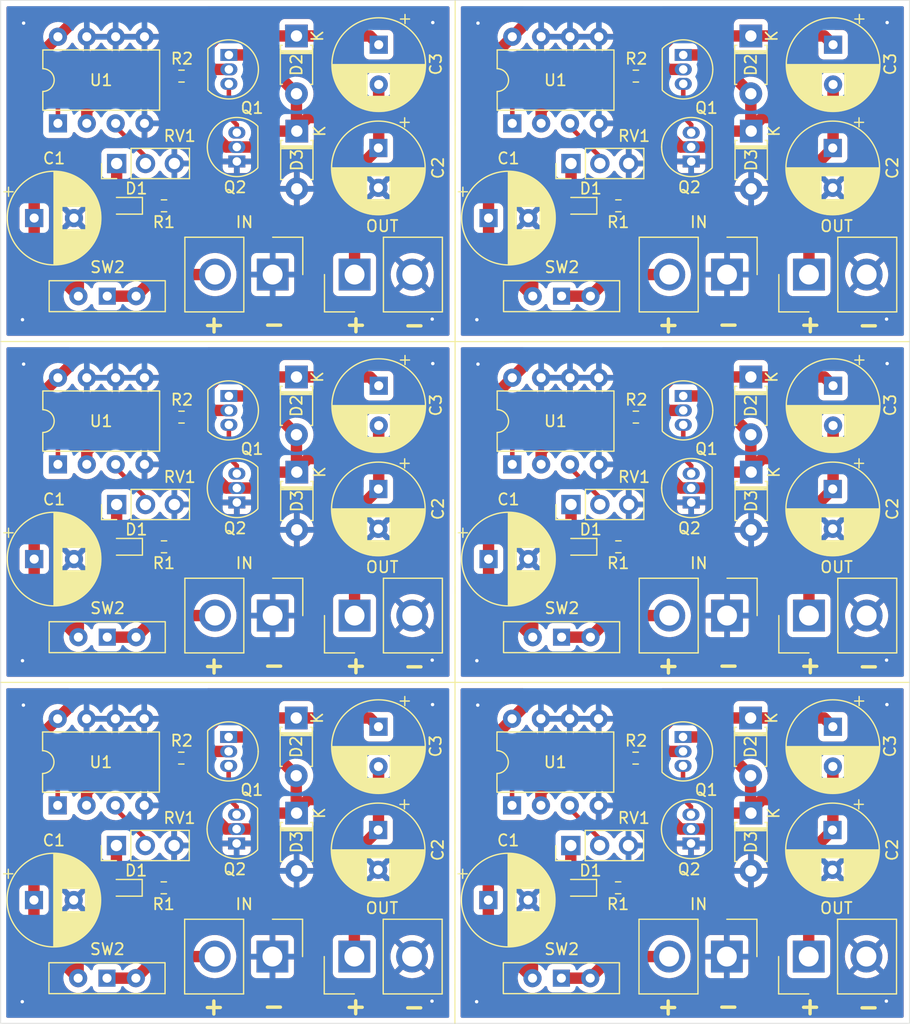
<source format=kicad_pcb>
(kicad_pcb (version 20240108) (generator "pcbnew") (generator_version "8.0")
  (layers (0 "F.Cu" signal) (31 "B.Cu" signal) (34 "B.Paste" user) (35 "F.Paste" user) (36 "B.SilkS" user "B.Silkscreen") (37 "F.SilkS" user "F.Silkscreen") (38 "B.Mask" user) (39 "F.Mask" user) (44 "Edge.Cuts" user))
  (net 0 "")
  (net 1 "Net-(D2-A)")
  (net 2 "GND")
  (net 3 "VBUS")
  (net 4 "Net-(D1-K)")
  (net 5 "Net-(J1-Pin_2)")
  (net 6 "Net-(Q1-B)")
  (net 7 "Net-(R4-Pad1)")
  (net 8 "Net-(U1A-+)")
  (footprint "Diode_SMD:D_0603_1608Metric" (layer "F.Cu") (at 160.9925 58.08 180)
    (property "Reference" "D1")
    (property "Value" "LED" (hide yes))
  )
  (footprint "Capacitor_THT:CP_Radial_D8.0mm_P3.50mm" (layer "F.Cu") (at 143.23 112.997349 -90)
    (property "Reference" "C2")
    (property "Value" "100u" (hide yes))
  )
  (footprint "Package_DIP:DIP-8_W7.62mm" (layer "F.Cu") (at 155.04 50.83 90)
    (property "Reference" "U1")
    (property "Value" "LM358" (hide yes))
  )
  (footprint "Package_TO_SOT_THT:TO-92_Inline" (layer "F.Cu") (at 130.09 44.81 -90)
    (property "Reference" "Q1")
    (property "Value" "2SC1815" (hide yes))
  )
  (footprint "Diode_THT:D_T-1_P5.08mm_Horizontal" (layer "F.Cu") (at 136.02 103.14 -90)
    (property "Reference" "D2")
    (property "Value" "1N60" (hide yes))
  )
  (footprint "Diode_SMD:D_0603_1608Metric" (layer "F.Cu") (at 120.9725 118.08 180)
    (property "Reference" "D1")
    (property "Value" "LED" (hide yes))
  )
  (footprint "Connector_Samtec_HPM_THT:Samtec_HPM-02-05-x-S_Straight_1x02_Pitch5.08mm" (layer "F.Cu") (at 141.155 64.13 90)
    (property "Reference" "OUT")
    (property "Value" "Screw_Terminal_01x02" (hide yes))
  )
  (footprint "Connector_Samtec_HPM_THT:Samtec_HPM-02-05-x-S_Straight_1x02_Pitch5.08mm" (layer "F.Cu") (at 133.945 64.13 -90)
    (property "Reference" "IN")
    (property "Value" "Screw_Terminal_01x02" (hide yes))
  )
  (footprint "Diode_SMD:D_0603_1608Metric" (layer "F.Cu") (at 120.9925 88.08 180)
    (property "Reference" "D1")
    (property "Value" "LED" (hide yes))
  )
  (footprint "Package_TO_SOT_THT:TO-92_Inline" (layer "F.Cu") (at 170.07 104.81 -90)
    (property "Reference" "Q1")
    (property "Value" "2SC1815" (hide yes))
  )
  (footprint "Diode_THT:D_T-1_P5.08mm_Horizontal" (layer "F.Cu") (at 176.04 43.14 -90)
    (property "Reference" "D2")
    (property "Value" "1N60" (hide yes))
  )
  (footprint "Connector_Samtec_HPM_THT:Samtec_HPM-02-05-x-S_Straight_1x02_Pitch5.08mm" (layer "F.Cu") (at 181.155 94.13 90)
    (property "Reference" "OUT")
    (property "Value" "Screw_Terminal_01x02" (hide yes))
  )
  (footprint "Diode_THT:D_T-1_P5.08mm_Horizontal" (layer "F.Cu") (at 176.07 51.51 -90)
    (property "Reference" "D3")
    (property "Value" "1N60" (hide yes))
  )
  (footprint "Connector_Samtec_HPM_THT:Samtec_HPM-02-05-x-S_Straight_1x02_Pitch5.08mm" (layer "F.Cu") (at 173.925 124.13 -90)
    (property "Reference" "IN")
    (property "Value" "Screw_Terminal_01x02" (hide yes))
  )
  (footprint "Resistor_SMD:R_0603_1608Metric" (layer "F.Cu") (at 125.92 76.67)
    (property "Reference" "R2")
    (property "Value" "220" (hide yes))
  )
  (footprint "Resistor_SMD:R_0603_1608Metric" (layer "F.Cu") (at 164.38 88.08)
    (property "Reference" "R1")
    (property "Value" "100k" (hide yes))
  )
  (footprint "Capacitor_THT:CP_Radial_D8.0mm_P3.50mm" (layer "F.Cu") (at 183.25 82.997349 -90)
    (property "Reference" "C2")
    (property "Value" "100u" (hide yes))
  )
  (footprint "Capacitor_THT:CP_Radial_D8.0mm_P3.50mm" (layer "F.Cu") (at 183.23 112.997349 -90)
    (property "Reference" "C2")
    (property "Value" "100u" (hide yes))
  )
  (footprint "Capacitor_THT:CP_Radial_D8.0mm_P3.50mm" (layer "F.Cu") (at 152.95 59.16)
    (property "Reference" "C1")
    (property "Value" "100u" (hide yes))
  )
  (footprint "Package_DIP:DIP-8_W7.62mm" (layer "F.Cu") (at 155.04 80.83 90)
    (property "Reference" "U1")
    (property "Value" "LM358" (hide yes))
  )
  (footprint "Button_Switch_THT:SW_Slide-03_Wuerth-WS-SLTV_10x2.5x6.4_P2.54mm" (layer "F.Cu") (at 119.38 96.03 180)
    (property "Reference" "SW2")
    (property "Value" "SW_Wuerth_450301014042" (hide yes))
  )
  (footprint "Diode_SMD:D_0603_1608Metric" (layer "F.Cu") (at 120.9925 58.08 180)
    (property "Reference" "D1")
    (property "Value" "LED" (hide yes))
  )
  (footprint "Button_Switch_THT:SW_Slide-03_Wuerth-WS-SLTV_10x2.5x6.4_P2.54mm" (layer "F.Cu") (at 159.38 66.03 180)
    (property "Reference" "SW2")
    (property "Value" "SW_Wuerth_450301014042" (hide yes))
  )
  (footprint "Capacitor_THT:CP_Radial_D8.0mm_P3.50mm" (layer "F.Cu") (at 183.28 43.91 -90)
    (property "Reference" "C3")
    (property "Value" "100u" (hide yes))
  )
  (footprint "Resistor_SMD:R_0603_1608Metric" (layer "F.Cu") (at 125.92 46.67)
    (property "Reference" "R2")
    (property "Value" "220" (hide yes))
  )
  (footprint "Diode_THT:D_T-1_P5.08mm_Horizontal" (layer "F.Cu") (at 136.05 111.51 -90)
    (property "Reference" "D3")
    (property "Value" "1N60" (hide yes))
  )
  (footprint "Capacitor_THT:CP_Radial_D8.0mm_P3.50mm" (layer "F.Cu") (at 112.93 119.16)
    (property "Reference" "C1")
    (property "Value" "100u" (hide yes))
  )
  (footprint "Diode_SMD:D_0603_1608Metric" (layer "F.Cu") (at 160.9925 88.08 180)
    (property "Reference" "D1")
    (property "Value" "LED" (hide yes))
  )
  (footprint "Package_DIP:DIP-8_W7.62mm" (layer "F.Cu") (at 155.02 110.83 90)
    (property "Reference" "U1")
    (property "Value" "LM358" (hide yes))
  )
  (footprint "Resistor_SMD:R_0603_1608Metric" (layer "F.Cu") (at 124.38 58.08)
    (property "Reference" "R1")
    (property "Value" "100k" (hide yes))
  )
  (footprint "Package_TO_SOT_THT:TO-92_Inline" (layer "F.Cu") (at 130.79 54.18 90)
    (property "Reference" "Q2")
    (property "Value" "2SA1015" (hide yes))
  )
  (footprint "Connector_PinHeader_2.54mm:PinHeader_1x03_P2.54mm_Vertical" (layer "F.Cu") (at 120.21 84.36 90)
    (property "Reference" "RV1")
    (property "Value" "100k" (hide yes))
  )
  (footprint "Resistor_SMD:R_0603_1608Metric" (layer "F.Cu") (at 165.92 76.67)
    (property "Reference" "R2")
    (property "Value" "220" (hide yes))
  )
  (footprint "Connector_Samtec_HPM_THT:Samtec_HPM-02-05-x-S_Straight_1x02_Pitch5.08mm" (layer "F.Cu") (at 141.155 94.13 90)
    (property "Reference" "OUT")
    (property "Value" "Screw_Terminal_01x02" (hide yes))
  )
  (footprint "Diode_THT:D_T-1_P5.08mm_Horizontal" (layer "F.Cu") (at 136.07 81.51 -90)
    (property "Reference" "D3")
    (property "Value" "1N60" (hide yes))
  )
  (footprint "Button_Switch_THT:SW_Slide-03_Wuerth-WS-SLTV_10x2.5x6.4_P2.54mm" (layer "F.Cu") (at 159.36 126.03 180)
    (property "Reference" "SW2")
    (property "Value" "SW_Wuerth_450301014042" (hide yes))
  )
  (footprint "Capacitor_THT:CP_Radial_D8.0mm_P3.50mm" (layer "F.Cu") (at 143.25 82.997349 -90)
    (property "Reference" "C2")
    (property "Value" "100u" (hide yes))
  )
  (footprint "Capacitor_THT:CP_Radial_D8.0mm_P3.50mm" (layer "F.Cu") (at 152.93 119.16)
    (property "Reference" "C1")
    (property "Value" "100u" (hide yes))
  )
  (footprint "Resistor_SMD:R_0603_1608Metric" (layer "F.Cu") (at 124.38 88.08)
    (property "Reference" "R1")
    (property "Value" "100k" (hide yes))
  )
  (footprint "Capacitor_THT:CP_Radial_D8.0mm_P3.50mm" (layer "F.Cu") (at 143.26 103.91 -90)
    (property "Reference" "C3")
    (property "Value" "100u" (hide yes))
  )
  (footprint "Resistor_SMD:R_0603_1608Metric" (layer "F.Cu") (at 164.36 118.08)
    (property "Reference" "R1")
    (property "Value" "100k" (hide yes))
  )
  (footprint "Button_Switch_THT:SW_Slide-03_Wuerth-WS-SLTV_10x2.5x6.4_P2.54mm" (layer "F.Cu") (at 119.38 66.03 180)
    (property "Reference" "SW2")
    (property "Value" "SW_Wuerth_450301014042" (hide yes))
  )
  (footprint "Package_TO_SOT_THT:TO-92_Inline" (layer "F.Cu") (at 170.09 44.81 -90)
    (property "Reference" "Q1")
    (property "Value" "2SC1815" (hide yes))
  )
  (footprint "Diode_SMD:D_0603_1608Metric" (layer "F.Cu") (at 160.9725 118.08 180)
    (property "Reference" "D1")
    (property "Value" "LED" (hide yes))
  )
  (footprint "Connector_Samtec_HPM_THT:Samtec_HPM-02-05-x-S_Straight_1x02_Pitch5.08mm" (layer "F.Cu") (at 181.155 64.13 90)
    (property "Reference" "OUT")
    (property "Value" "Screw_Terminal_01x02" (hide yes))
  )
  (footprint "Capacitor_THT:CP_Radial_D8.0mm_P3.50mm" (layer "F.Cu") (at 143.28 73.91 -90)
    (property "Reference" "C3")
    (property "Value" "100u" (hide yes))
  )
  (footprint "Package_TO_SOT_THT:TO-92_Inline" (layer "F.Cu") (at 170.77 114.18 90)
    (property "Reference" "Q2")
    (property "Value" "2SA1015" (hide yes))
  )
  (footprint "Package_DIP:DIP-8_W7.62mm" (layer "F.Cu") (at 115.04 50.83 90)
    (property "Reference" "U1")
    (property "Value" "LM358" (hide yes))
  )
  (footprint "Package_TO_SOT_THT:TO-92_Inline" (layer "F.Cu") (at 130.77 114.18 90)
    (property "Reference" "Q2")
    (property "Value" "2SA1015" (hide yes))
  )
  (footprint "Package_TO_SOT_THT:TO-92_Inline" (layer "F.Cu") (at 130.07 104.81 -90)
    (property "Reference" "Q1")
    (property "Value" "2SC1815" (hide yes))
  )
  (footprint "Capacitor_THT:CP_Radial_D8.0mm_P3.50mm" (layer "F.Cu") (at 183.28 73.91 -90)
    (property "Reference" "C3")
    (property "Value" "100u" (hide yes))
  )
  (footprint "Connector_PinHeader_2.54mm:PinHeader_1x03_P2.54mm_Vertical" (layer "F.Cu") (at 160.21 54.36 90)
    (property "Reference" "RV1")
    (property "Value" "100k" (hide yes))
  )
  (footprint "Button_Switch_THT:SW_Slide-03_Wuerth-WS-SLTV_10x2.5x6.4_P2.54mm" (layer "F.Cu") (at 159.38 96.03 180)
    (property "Reference" "SW2")
    (property "Value" "SW_Wuerth_450301014042" (hide yes))
  )
  (footprint "Connector_Samtec_HPM_THT:Samtec_HPM-02-05-x-S_Straight_1x02_Pitch5.08mm" (layer "F.Cu") (at 133.925 124.13 -90)
    (property "Reference" "IN")
    (property "Value" "Screw_Terminal_01x02" (hide yes))
  )
  (footprint "Diode_THT:D_T-1_P5.08mm_Horizontal" (layer "F.Cu") (at 176.02 103.14 -90)
    (property "Reference" "D2")
    (property "Value" "1N60" (hide yes))
  )
  (footprint "Diode_THT:D_T-1_P5.08mm_Horizontal" (layer "F.Cu") (at 136.07 51.51 -90)
    (property "Reference" "D3")
    (property "Value" "1N60" (hide yes))
  )
  (footprint "Connector_PinHeader_2.54mm:PinHeader_1x03_P2.54mm_Vertical" (layer "F.Cu") (at 120.21 54.36 90)
    (property "Reference" "RV1")
    (property "Value" "100k" (hide yes))
  )
  (footprint "Connector_PinHeader_2.54mm:PinHeader_1x03_P2.54mm_Vertical" (layer "F.Cu") (at 120.19 114.36 90)
    (property "Reference" "RV1")
    (property "Value" "100k" (hide yes))
  )
  (footprint "Diode_THT:D_T-1_P5.08mm_Horizontal" (layer "F.Cu") (at 176.07 81.51 -90)
    (property "Reference" "D3")
    (property "Value" "1N60" (hide yes))
  )
  (footprint "Capacitor_THT:CP_Radial_D8.0mm_P3.50mm" (layer "F.Cu") (at 112.95 89.16)
    (property "Reference" "C1")
    (property "Value" "100u" (hide yes))
  )
  (footprint "Diode_THT:D_T-1_P5.08mm_Horizontal" (layer "F.Cu") (at 176.04 73.14 -90)
    (property "Reference" "D2")
    (property "Value" "1N60" (hide yes))
  )
  (footprint "Resistor_SMD:R_0603_1608Metric" (layer "F.Cu") (at 164.38 58.08)
    (property "Reference" "R1")
    (property "Value" "100k" (hide yes))
  )
  (footprint "Capacitor_THT:CP_Radial_D8.0mm_P3.50mm" (layer "F.Cu") (at 143.25 52.997349 -90)
    (property "Reference" "C2")
    (property "Value" "100u" (hide yes))
  )
  (footprint "Diode_THT:D_T-1_P5.08mm_Horizontal" (layer "F.Cu") (at 136.04 73.14 -90)
    (property "Reference" "D2")
    (property "Value" "1N60" (hide yes))
  )
  (footprint "Package_DIP:DIP-8_W7.62mm" (layer "F.Cu") (at 115.02 110.83 90)
    (property "Reference" "U1")
    (property "Value" "LM358" (hide yes))
  )
  (footprint "Package_TO_SOT_THT:TO-92_Inline" (layer "F.Cu") (at 170.79 84.18 90)
    (property "Reference" "Q2")
    (property "Value" "2SA1015" (hide yes))
  )
  (footprint "Resistor_SMD:R_0603_1608Metric" (layer "F.Cu") (at 125.9 106.67)
    (property "Reference" "R2")
    (property "Value" "220" (hide yes))
  )
  (footprint "Connector_PinHeader_2.54mm:PinHeader_1x03_P2.54mm_Vertical" (layer "F.Cu") (at 160.21 84.36 90)
    (property "Reference" "RV1")
    (property "Value" "100k" (hide yes))
  )
  (footprint "Connector_Samtec_HPM_THT:Samtec_HPM-02-05-x-S_Straight_1x02_Pitch5.08mm" (layer "F.Cu") (at 173.945 64.13 -90)
    (property "Reference" "IN")
    (property "Value" "Screw_Terminal_01x02" (hide yes))
  )
  (footprint "Package_TO_SOT_THT:TO-92_Inline" (layer "F.Cu") (at 170.09 74.81 -90)
    (property "Reference" "Q1")
    (property "Value" "2SC1815" (hide yes))
  )
  (footprint "Capacitor_THT:CP_Radial_D8.0mm_P3.50mm" (layer "F.Cu") (at 112.95 59.16)
    (property "Reference" "C1")
    (property "Value" "100u" (hide yes))
  )
  (footprint "Diode_THT:D_T-1_P5.08mm_Horizontal" (layer "F.Cu") (at 176.05 111.51 -90)
    (property "Reference" "D3")
    (property "Value" "1N60" (hide yes))
  )
  (footprint "Resistor_SMD:R_0603_1608Metric" (layer "F.Cu") (at 165.92 46.67)
    (property "Reference" "R2")
    (property "Value" "220" (hide yes))
  )
  (footprint "Connector_Samtec_HPM_THT:Samtec_HPM-02-05-x-S_Straight_1x02_Pitch5.08mm" (layer "F.Cu") (at 141.135 124.13 90)
    (property "Reference" "OUT")
    (property "Value" "Screw_Terminal_01x02" (hide yes))
  )
  (footprint "Capacitor_THT:CP_Radial_D8.0mm_P3.50mm" (layer "F.Cu") (at 152.95 89.16)
    (property "Reference" "C1")
    (property "Value" "100u" (hide yes))
  )
  (footprint "Capacitor_THT:CP_Radial_D8.0mm_P3.50mm" (layer "F.Cu") (at 183.26 103.91 -90)
    (property "Reference" "C3")
    (property "Value" "100u" (hide yes))
  )
  (footprint "Package_TO_SOT_THT:TO-92_Inline" (layer "F.Cu") (at 130.79 84.18 90)
    (property "Reference" "Q2")
    (property "Value" "2SA1015" (hide yes))
  )
  (footprint "Capacitor_THT:CP_Radial_D8.0mm_P3.50mm" (layer "F.Cu") (at 143.28 43.91 -90)
    (property "Reference" "C3")
    (property "Value" "100u" (hide yes))
  )
  (footprint "Connector_Samtec_HPM_THT:Samtec_HPM-02-05-x-S_Straight_1x02_Pitch5.08mm" (layer "F.Cu") (at 181.135 124.13 90)
    (property "Reference" "OUT")
    (property "Value" "Screw_Terminal_01x02" (hide yes))
  )
  (footprint "Capacitor_THT:CP_Radial_D8.0mm_P3.50mm" (layer "F.Cu") (at 183.25 52.997349 -90)
    (property "Reference" "C2")
    (property "Value" "100u" (hide yes))
  )
  (footprint "Connector_Samtec_HPM_THT:Samtec_HPM-02-05-x-S_Straight_1x02_Pitch5.08mm" (layer "F.Cu") (at 173.945 94.13 -90)
    (property "Reference" "IN")
    (property "Value" "Screw_Terminal_01x02" (hide yes))
  )
  (footprint "Diode_THT:D_T-1_P5.08mm_Horizontal" (layer "F.Cu") (at 136.04 43.14 -90)
    (property "Reference" "D2")
    (property "Value" "1N60" (hide yes))
  )
  (footprint "Package_TO_SOT_THT:TO-92_Inline" (layer "F.Cu") (at 170.79 54.18 90)
    (property "Reference" "Q2")
    (property "Value" "2SA1015" (hide yes))
  )
  (footprint "Button_Switch_THT:SW_Slide-03_Wuerth-WS-SLTV_10x2.5x6.4_P2.54mm" (layer "F.Cu") (at 119.36 126.03 180)
    (property "Reference" "SW2")
    (property "Value" "SW_Wuerth_450301014042" (hide yes))
  )
  (footprint "Resistor_SMD:R_0603_1608Metric" (layer "F.Cu") (at 165.9 106.67)
    (property "Reference" "R2")
    (property "Value" "220" (hide yes))
  )
  (footprint "Package_DIP:DIP-8_W7.62mm" (layer "F.Cu") (at 115.04 80.83 90)
    (property "Reference" "U1")
    (property "Value" "LM358" (hide yes))
  )
  (footprint "Connector_PinHeader_2.54mm:PinHeader_1x03_P2.54mm_Vertical" (layer "F.Cu") (at 160.19 114.36 90)
    (property "Reference" "RV1")
    (property "Value" "100k" (hide yes))
  )
  (footprint "Package_TO_SOT_THT:TO-92_Inline" (layer "F.Cu") (at 130.09 74.81 -90)
    (property "Reference" "Q1")
    (property "Value" "2SC1815" (hide yes))
  )
  (footprint "Connector_Samtec_HPM_THT:Samtec_HPM-02-05-x-S_Straight_1x02_Pitch5.08mm" (layer "F.Cu") (at 133.945 94.13 -90)
    (property "Reference" "IN")
    (property "Value" "Screw_Terminal_01x02" (hide yes))
  )
  (footprint "Resistor_SMD:R_0603_1608Metric" (layer "F.Cu") (at 124.36 118.08)
    (property "Reference" "R1")
    (property "Value" "100k" (hide yes))
  )
  (gr_line (start 150.01 40.04) (end 149.99 130.02) (stroke (width 0.1)) (layer "F.SilkS"))
  (gr_line (start 109.99 70.02) (end 190.01 70.03) (stroke (width 0.1)) (layer "F.SilkS"))
  (gr_line (start 189.99 100.01) (end 109.99 100.01) (stroke (width 0.1)) (layer "F.SilkS"))
  (gr_rect (start 110 40) (end 190 130) (stroke (width 0.05)) (fill none) (layer "Edge.Cuts"))
  (gr_text "+" (at 142.4 99.36 0) (layer "F.SilkS") (effects (font (size 1.5 1.5) (thickness 0.3) (bold yes)) (justify left bottom mirror)))
  (gr_text "+" (at 129.91 99.38 0) (layer "F.SilkS") (effects (font (size 1.5 1.5) (thickness 0.3) (bold yes)) (justify left bottom mirror)))
  (gr_text "-" (at 147.53 129.41 0) (layer "F.SilkS") (effects (font (size 1.5 1.5) (thickness 0.3) (bold yes)) (justify left bottom mirror)))
  (gr_text "+" (at 129.91 69.38 0) (layer "F.SilkS") (effects (font (size 1.5 1.5) (thickness 0.3) (bold yes)) (justify left bottom mirror)))
  (gr_text "-" (at 135.18 129.35 0) (layer "F.SilkS") (effects (font (size 1.5 1.5) (thickness 0.3) (bold yes)) (justify left bottom mirror)))
  (gr_text "+" (at 129.89 129.38 0) (layer "F.SilkS") (effects (font (size 1.5 1.5) (thickness 0.3) (bold yes)) (justify left bottom mirror)))
  (gr_text "-" (at 187.55 99.41 0) (layer "F.SilkS") (effects (font (size 1.5 1.5) (thickness 0.3) (bold yes)) (justify left bottom mirror)))
  (gr_text "-" (at 175.18 129.35 0) (layer "F.SilkS") (effects (font (size 1.5 1.5) (thickness 0.3) (bold yes)) (justify left bottom mirror)))
  (gr_text "+" (at 142.4 69.36 0) (layer "F.SilkS") (effects (font (size 1.5 1.5) (thickness 0.3) (bold yes)) (justify left bottom mirror)))
  (gr_text "-" (at 147.55 99.41 0) (layer "F.SilkS") (effects (font (size 1.5 1.5) (thickness 0.3) (bold yes)) (justify left bottom mirror)))
  (gr_text "+" (at 169.91 99.38 0) (layer "F.SilkS") (effects (font (size 1.5 1.5) (thickness 0.3) (bold yes)) (justify left bottom mirror)))
  (gr_text "+" (at 169.89 129.38 0) (layer "F.SilkS") (effects (font (size 1.5 1.5) (thickness 0.3) (bold yes)) (justify left bottom mirror)))
  (gr_text "+" (at 169.91 69.38 0) (layer "F.SilkS") (effects (font (size 1.5 1.5) (thickness 0.3) (bold yes)) (justify left bottom mirror)))
  (gr_text "+" (at 182.4 69.36 0) (layer "F.SilkS") (effects (font (size 1.5 1.5) (thickness 0.3) (bold yes)) (justify left bottom mirror)))
  (gr_text "-" (at 187.55 69.41 0) (layer "F.SilkS") (effects (font (size 1.5 1.5) (thickness 0.3) (bold yes)) (justify left bottom mirror)))
  (gr_text "-" (at 187.53 129.41 0) (layer "F.SilkS") (effects (font (size 1.5 1.5) (thickness 0.3) (bold yes)) (justify left bottom mirror)))
  (gr_text "-" (at 175.2 99.35 0) (layer "F.SilkS") (effects (font (size 1.5 1.5) (thickness 0.3) (bold yes)) (justify left bottom mirror)))
  (gr_text "+" (at 142.38 129.36 0) (layer "F.SilkS") (effects (font (size 1.5 1.5) (thickness 0.3) (bold yes)) (justify left bottom mirror)))
  (gr_text "-" (at 135.2 99.35 0) (layer "F.SilkS") (effects (font (size 1.5 1.5) (thickness 0.3) (bold yes)) (justify left bottom mirror)))
  (gr_text "-" (at 175.2 69.35 0) (layer "F.SilkS") (effects (font (size 1.5 1.5) (thickness 0.3) (bold yes)) (justify left bottom mirror)))
  (gr_text "+" (at 182.4 99.36 0) (layer "F.SilkS") (effects (font (size 1.5 1.5) (thickness 0.3) (bold yes)) (justify left bottom mirror)))
  (gr_text "-" (at 135.2 69.35 0) (layer "F.SilkS") (effects (font (size 1.5 1.5) (thickness 0.3) (bold yes)) (justify left bottom mirror)))
  (gr_text "+" (at 182.38 129.36 0) (layer "F.SilkS") (effects (font (size 1.5 1.5) (thickness 0.3) (bold yes)) (justify left bottom mirror)))
  (gr_text "-" (at 147.55 69.41 0) (layer "F.SilkS") (effects (font (size 1.5 1.5) (thickness 0.3) (bold yes)) (justify left bottom mirror)))
  (segment (start 136.04 78.22) (end 136.04 81.48) (width 1) (layer "F.Cu") (net 1))
  (segment (start 181.135 115.092349) (end 181.135 124.13) (width 1) (layer "F.Cu") (net 1))
  (segment (start 183.28 78.77) (end 181.73 80.32) (width 1) (layer "F.Cu") (net 1))
  (segment (start 130.09 74.81) (end 132.63 74.81) (width 1) (layer "F.Cu") (net 1))
  (segment (start 141.135 115.092349) (end 141.135 124.13) (width 1) (layer "F.Cu") (net 1))
  (segment (start 125.46 108.53) (end 129.84 112.91) (width 1) (layer "F.Cu") (net 1))
  (segment (start 170.09 74.81) (end 172.63 74.81) (width 1) (layer "F.Cu") (net 1))
  (segment (start 130.09 44.81) (end 132.63 44.81) (width 1) (layer "F.Cu") (net 1))
  (segment (start 117.56 109.68) (end 118.71 108.53) (width 1) (layer "F.Cu") (net 1))
  (segment (start 141.73 80.32) (end 137.06 80.32) (width 1) (layer "F.Cu") (net 1))
  (segment (start 129.84 112.91) (end 130.77 112.91) (width 1) (layer "F.Cu") (net 1))
  (segment (start 125.48 48.53) (end 129.86 52.91) (width 1) (layer "F.Cu") (net 1))
  (segment (start 183.28 47.41) (end 183.28 48.77) (width 1) (layer "F.Cu") (net 1))
  (segment (start 176.02 108.22) (end 176.02 111.48) (width 1) (layer "F.Cu") (net 1))
  (segment (start 130.77 112.91) (end 132.52 112.91) (width 1) (layer "F.Cu") (net 1))
  (segment (start 133.94 81.51) (end 136.07 81.51) (width 1) (layer "F.Cu") (net 1))
  (segment (start 170.77 112.91) (end 172.52 112.91) (width 1) (layer "F.Cu") (net 1))
  (segment (start 172.61 104.81) (end 176.02 108.22) (width 1) (layer "F.Cu") (net 1))
  (segment (start 169.86 52.91) (end 170.79 52.91) (width 1) (layer "F.Cu") (net 1))
  (segment (start 172.54 82.91) (end 173.94 81.51) (width 1) (layer "F.Cu") (net 1))
  (segment (start 183.28 82.967349) (end 183.25 82.997349) (width 1) (layer "F.Cu") (net 1))
  (segment (start 165.48 48.53) (end 169.86 52.91) (width 1) (layer "F.Cu") (net 1))
  (segment (start 170.07 104.81) (end 172.61 104.81) (width 1) (layer "F.Cu") (net 1))
  (segment (start 177.06 50.32) (end 176.07 51.31) (width 1) (layer "F.Cu") (net 1))
  (segment (start 183.26 107.41) (end 183.26 112.967349) (width 1) (layer "F.Cu") (net 1))
  (segment (start 181.73 80.32) (end 177.06 80.32) (width 1) (layer "F.Cu") (net 1))
  (segment (start 136.02 111.48) (end 136.05 111.51) (width 1) (layer "F.Cu") (net 1))
  (segment (start 172.63 74.81) (end 176.04 78.22) (width 1) (layer "F.Cu") (net 1))
  (segment (start 143.26 107.41) (end 143.26 108.77) (width 1) (layer "F.Cu") (net 1))
  (segment (start 143.26 108.77) (end 141.71 110.32) (width 1) (layer "F.Cu") (net 1))
  (segment (start 176.07 81.31) (end 176.07 81.51) (width 1) (layer "F.Cu") (net 1))
  (segment (start 141.71 110.32) (end 137.04 110.32) (width 1) (layer "F.Cu") (net 1))
  (segment (start 176.04 81.48) (end 176.07 81.51) (width 1) (layer "F.Cu") (net 1))
  (segment (start 183.28 52.967349) (end 183.25 52.997349) (width 1) (layer "F.Cu") (net 1))
  (segment (start 183.25 52.997349) (end 181.155 55.092349) (width 1) (layer "F.Cu") (net 1))
  (segment (start 117.58 80.83) (end 117.58 79.68) (width 1) (layer "F.Cu") (net 1))
  (segment (start 173.92 111.51) (end 176.05 111.51) (width 1) (layer "F.Cu") (net 1))
  (segment (start 133.92 111.51) (end 136.05 111.51) (width 1) (layer "F.Cu") (net 1))
  (segment (start 133.94 51.51) (end 136.07 51.51) (width 1) (layer "F.Cu") (net 1))
  (segment (start 132.61 104.81) (end 136.02 108.22) (width 1) (layer "F.Cu") (net 1))
  (segment (start 158.73 48.53) (end 165.48 48.53) (width 1) (layer "F.Cu") (net 1))
  (segment (start 158.71 108.53) (end 165.46 108.53) (width 1) (layer "F.Cu") (net 1))
  (segment (start 169.84 112.91) (end 170.77 112.91) (width 1) (layer "F.Cu") (net 1))
  (segment (start 143.28 82.967349) (end 143.25 82.997349) (width 1) (layer "F.Cu") (net 1))
  (segment (start 176.04 78.22) (end 176.04 81.48) (width 1) (layer "F.Cu") (net 1))
  (segment (start 143.28 78.77) (end 141.73 80.32) (width 1) (layer "F.Cu") (net 1))
  (segment (start 137.06 80.32) (end 136.07 81.31) (width 1) (layer "F.Cu") (net 1))
  (segment (start 117.58 49.68) (end 118.73 48.53) (width 1) (layer "F.Cu") (net 1))
  (segment (start 117.58 50.83) (end 117.58 49.68) (width 1) (layer "F.Cu") (net 1))
  (segment (start 157.58 79.68) (end 158.73 78.53) (width 1) (layer "F.Cu") (net 1))
  (segment (start 183.25 82.997349) (end 181.155 85.092349) (width 1) (layer "F.Cu") (net 1))
  (segment (start 137.06 50.32) (end 136.07 51.31) (width 1) (layer "F.Cu") (net 1))
  (segment (start 141.73 50.32) (end 137.06 50.32) (width 1) (layer "F.Cu") (net 1))
  (segment (start 157.56 110.83) (end 157.56 109.68) (width 1) (layer "F.Cu") (net 1))
  (segment (start 170.79 82.91) (end 172.54 82.91) (width 1) (layer "F.Cu") (net 1))
  (segment (start 136.04 81.48) (end 136.07 81.51) (width 1) (layer "F.Cu") (net 1))
  (segment (start 181.155 85.092349) (end 181.155 94.13) (width 1) (layer "F.Cu") (net 1))
  (segment (start 118.73 78.53) (end 125.48 78.53) (width 1) (layer "F.Cu") (net 1))
  (segment (start 143.28 77.41) (end 143.28 82.967349) (width 1) (layer "F.Cu") (net 1))
  (segment (start 183.28 47.41) (end 183.28 52.967349) (width 1) (layer "F.Cu") (net 1))
  (segment (start 183.28 77.41) (end 183.28 78.77) (width 1) (layer "F.Cu") (net 1))
  (segment (start 157.58 80.83) (end 157.58 79.68) (width 1) (layer "F.Cu") (net 1))
  (segment (start 181.71 110.32) (end 177.04 110.32) (width 1) (layer "F.Cu") (net 1))
  (segment (start 157.58 49.68) (end 158.73 48.53) (width 1) (layer "F.Cu") (net 1))
  (segment (start 183.23 112.997349) (end 181.135 115.092349) (width 1) (layer "F.Cu") (net 1))
  (segment (start 143.28 48.77) (end 141.73 50.32) (width 1) (layer "F.Cu") (net 1))
  (segment (start 176.04 48.22) (end 176.04 51.48) (width 1) (layer "F.Cu") (net 1))
  (segment (start 183.26 108.77) (end 181.71 110.32) (width 1) (layer "F.Cu") (net 1))
  (segment (start 143.28 47.41) (end 143.28 48.77) (width 1) (layer "F.Cu") (net 1))
  (segment (start 130.79 82.91) (end 132.54 82.91) (width 1) (layer "F.Cu") (net 1))
  (segment (start 143.28 52.967349) (end 143.25 52.997349) (width 1) (layer "F.Cu") (net 1))
  (segment (start 172.63 44.81) (end 176.04 48.22) (width 1) (layer "F.Cu") (net 1))
  (segment (start 170.79 52.91) (end 172.54 52.91) (width 1) (layer "F.Cu") (net 1))
  (segment (start 143.25 52.997349) (end 141.155 55.092349) (width 1) (layer "F.Cu") (net 1))
  (segment (start 136.02 108.22) (end 136.02 111.48) (width 1) (layer "F.Cu") (net 1))
  (segment (start 132.52 112.91) (end 133.92 111.51) (width 1) (layer "F.Cu") (net 1))
  (segment (start 137.04 110.32) (end 136.05 111.31) (width 1) (layer "F.Cu") (net 1))
  (segment (start 181.155 55.092349) (end 181.155 64.13) (width 1) (layer "F.Cu") (net 1))
  (segment (start 157.58 50.83) (end 157.58 49.68) (width 1) (layer "F.Cu") (net 1))
  (segment (start 132.63 44.81) (end 136.04 48.22) (width 1) (layer "F.Cu") (net 1))
  (segment (start 136.07 81.31) (end 136.07 81.51) (width 1) (layer "F.Cu") (net 1))
  (segment (start 169.86 82.91) (end 170.79 82.91) (width 1) (layer "F.Cu") (net 1))
  (segment (start 143.28 77.41) (end 143.28 78.77) (width 1) (layer "F.Cu") (net 1))
  (segment (start 136.07 51.31) (end 136.07 51.51) (width 1) (layer "F.Cu") (net 1))
  (segment (start 165.48 78.53) (end 169.86 82.91) (width 1) (layer "F.Cu") (net 1))
  (segment (start 177.06 80.32) (end 176.07 81.31) (width 1) (layer "F.Cu") (net 1))
  (segment (start 136.04 51.48) (end 136.07 51.51) (width 1) (layer "F.Cu") (net 1))
  (segment (start 183.28 48.77) (end 181.73 50.32) (width 1) (layer "F.Cu") (net 1))
  (segment (start 183.26 112.967349) (end 183.23 112.997349) (width 1) (layer "F.Cu") (net 1))
  (segment (start 176.05 111.31) (end 176.05 111.51) (width 1) (layer "F.Cu") (net 1))
  (segment (start 176.07 51.31) (end 176.07 51.51) (width 1) (layer "F.Cu") (net 1))
  (segment (start 158.73 78.53) (end 165.48 78.53) (width 1) (layer "F.Cu") (net 1))
  (segment (start 173.94 81.51) (end 176.07 81.51) (width 1) (layer "F.Cu") (net 1))
  (segment (start 183.28 77.41) (end 183.28 82.967349) (width 1) (layer "F.Cu") (net 1))
  (segment (start 143.25 82.997349) (end 141.155 85.092349) (width 1) (layer "F.Cu") (net 1))
  (segment (start 143.28 47.41) (end 143.28 52.967349) (width 1) (layer "F.Cu") (net 1))
  (segment (start 141.155 55.092349) (end 141.155 64.13) (width 1) (layer "F.Cu") (net 1))
  (segment (start 176.02 111.48) (end 176.05 111.51) (width 1) (layer "F.Cu") (net 1))
  (segment (start 125.48 78.53) (end 129.86 82.91) (width 1) (layer "F.Cu") (net 1))
  (segment (start 118.73 48.53) (end 125.48 48.53) (width 1) (layer "F.Cu") (net 1))
  (segment (start 172.54 52.91) (end 173.94 51.51) (width 1) (layer "F.Cu") (net 1))
  (segment (start 117.56 110.83) (end 117.56 109.68) (width 1) (layer "F.Cu") (net 1))
  (segment (start 136.04 48.22) (end 136.04 51.48) (width 1) (layer "F.Cu") (net 1))
  (segment (start 141.155 85.092349) (end 141.155 94.13) (width 1) (layer "F.Cu") (net 1))
  (segment (start 143.26 112.967349) (end 143.23 112.997349) (width 1) (layer "F.Cu") (net 1))
  (segment (start 170.09 44.81) (end 172.63 44.81) (width 1) (layer "F.Cu") (net 1))
  (segment (start 173.94 51.51) (end 176.07 51.51) (width 1) (layer "F.Cu") (net 1))
  (segment (start 143.26 107.41) (end 143.26 112.967349) (width 1) (layer "F.Cu") (net 1))
  (segment (start 130.79 52.91) (end 132.54 52.91) (width 1) (layer "F.Cu") (net 1))
  (segment (start 129.86 82.91) (end 130.79 82.91) (width 1) (layer "F.Cu") (net 1))
  (segment (start 132.54 82.91) (end 133.94 81.51) (width 1) (layer "F.Cu") (net 1))
  (segment (start 143.23 112.997349) (end 141.135 115.092349) (width 1) (layer "F.Cu") (net 1))
  (segment (start 183.26 107.41) (end 183.26 108.77) (width 1) (layer "F.Cu") (net 1))
  (segment (start 177.04 110.32) (end 176.05 111.31) (width 1) (layer "F.Cu") (net 1))
  (segment (start 176.04 51.48) (end 176.07 51.51) (width 1) (layer "F.Cu") (net 1))
  (segment (start 132.63 74.81) (end 136.04 78.22) (width 1) (layer "F.Cu") (net 1))
  (segment (start 181.73 50.32) (end 177.06 50.32) (width 1) (layer "F.Cu") (net 1))
  (segment (start 157.56 109.68) (end 158.71 108.53) (width 1) (layer "F.Cu") (net 1))
  (segment (start 136.05 111.31) (end 136.05 111.51) (width 1) (layer "F.Cu") (net 1))
  (segment (start 130.07 104.81) (end 132.61 104.81) (width 1) (layer "F.Cu") (net 1))
  (segment (start 165.46 108.53) (end 169.84 112.91) (width 1) (layer "F.Cu") (net 1))
  (segment (start 117.58 79.68) (end 118.73 78.53) (width 1) (layer "F.Cu") (net 1))
  (segment (start 129.86 52.91) (end 130.79 52.91) (width 1) (layer "F.Cu") (net 1))
  (segment (start 172.52 112.91) (end 173.92 111.51) (width 1) (layer "F.Cu") (net 1))
  (segment (start 132.54 52.91) (end 133.94 51.51) (width 1) (layer "F.Cu") (net 1))
  (segment (start 118.71 108.53) (end 125.46 108.53) (width 1) (layer "F.Cu") (net 1))
  (via (at 152.02 42.01) (size 0.6) (drill 0.3) (layers "F.Cu" "B.Cu") (net 2))
  (via (at 147.99 68.05) (size 0.6) (drill 0.3) (layers "F.Cu" "B.Cu") (net 2))
  (via (at 187.97 128.05) (size 0.6) (drill 0.3) (layers "F.Cu" "B.Cu") (net 2))
  (via (at 151.92 68.1) (size 0.6) (drill 0.3) (layers "F.Cu" "B.Cu") (net 2))
  (via (at 152.02 72.01) (size 0.6) (drill 0.3) (layers "F.Cu" "B.Cu") (net 2))
  (via (at 188.04 41.96) (size 0.6) (drill 0.3) (layers "F.Cu" "B.Cu") (net 2))
  (via (at 147.99 98.05) (size 0.6) (drill 0.3) (layers "F.Cu" "B.Cu") (net 2))
  (via (at 111.92 68.1) (size 0.6) (drill 0.3) (layers "F.Cu" "B.Cu") (net 2))
  (via (at 111.9 128.1) (size 0.6) (drill 0.3) (layers "F.Cu" "B.Cu") (net 2))
  (via (at 112.02 72.01) (size 0.6) (drill 0.3) (layers "F.Cu" "B.Cu") (net 2))
  (via (at 147.97 128.05) (size 0.6) (drill 0.3) (layers "F.Cu" "B.Cu") (net 2))
  (via (at 151.92 98.1) (size 0.6) (drill 0.3) (layers "F.Cu" "B.Cu") (net 2))
  (via (at 111.92 98.1) (size 0.6) (drill 0.3) (layers "F.Cu" "B.Cu") (net 2))
  (via (at 148.02 101.96) (size 0.6) (drill 0.3) (layers "F.Cu" "B.Cu") (net 2))
  (via (at 112 102.01) (size 0.6) (drill 0.3) (layers "F.Cu" "B.Cu") (net 2))
  (via (at 112.02 42.01) (size 0.6) (drill 0.3) (layers "F.Cu" "B.Cu") (net 2))
  (via (at 151.9 128.1) (size 0.6) (drill 0.3) (layers "F.Cu" "B.Cu") (net 2))
  (via (at 187.99 68.05) (size 0.6) (drill 0.3) (layers "F.Cu" "B.Cu") (net 2))
  (via (at 188.04 71.96) (size 0.6) (drill 0.3) (layers "F.Cu" "B.Cu") (net 2))
  (via (at 188.02 101.96) (size 0.6) (drill 0.3) (layers "F.Cu" "B.Cu") (net 2))
  (via (at 148.04 41.96) (size 0.6) (drill 0.3) (layers "F.Cu" "B.Cu") (net 2))
  (via (at 152 102.01) (size 0.6) (drill 0.3) (layers "F.Cu" "B.Cu") (net 2))
  (via (at 148.04 71.96) (size 0.6) (drill 0.3) (layers "F.Cu" "B.Cu") (net 2))
  (via (at 187.99 98.05) (size 0.6) (drill 0.3) (layers "F.Cu" "B.Cu") (net 2))
  (segment (start 112.95 92.14) (end 116.84 96.03) (width 1) (layer "F.Cu") (net 3))
  (segment (start 170.07 106.08) (end 168.665 106.08) (width 1) (layer "F.Cu") (net 3))
  (segment (start 116.84 93.65) (end 116.84 96.03) (width 1) (layer "F.Cu") (net 3))
  (segment (start 128.05 75.445) (end 128.05 74.25) (width 1) (layer "F.Cu") (net 3))
  (segment (start 167.4 71.38) (end 169.16 73.14) (width 1) (layer "F.Cu") (net 3))
  (segment (start 152.95 89.16) (end 152.95 75.3) (width 1) (layer "F.Cu") (net 3))
  (segment (start 130.07 106.08) (end 128.665 106.08) (width 1) (layer "F.Cu") (net 3))
  (segment (start 127.38 101.38) (end 129.14 103.14) (width 1) (layer "F.Cu") (net 3))
  (segment (start 168.05 44.25) (end 169.16 43.14) (width 1) (layer "F.Cu") (net 3))
  (segment (start 120.185 118.08) (end 120.19 118.085) (width 1) (layer "F.Cu") (net 3))
  (segment (start 112.95 75.3) (end 115.04 73.21) (width 1) (layer "F.Cu") (net 3))
  (segment (start 120.21 90.28) (end 116.84 93.65) (width 1) (layer "F.Cu") (net 3))
  (segment (start 120.21 84.36) (end 120.21 88.075) (width 1) (layer "F.Cu") (net 3))
  (segment (start 115.04 73.21) (end 116.87 71.38) (width 1) (layer "F.Cu") (net 3))
  (segment (start 120.21 54.36) (end 120.21 58.075) (width 1) (layer "F.Cu") (net 3))
  (segment (start 152.93 119.16) (end 152.93 122.14) (width 1) (layer "F.Cu") (net 3))
  (segment (start 155.04 73.21) (end 156.87 71.38) (width 1) (layer "F.Cu") (net 3))
  (segment (start 128.03 104.25) (end 129.14 103.14) (width 1) (layer "F.Cu") (net 3))
  (segment (start 112.95 45.3) (end 115.04 43.21) (width 1) (layer "F.Cu") (net 3))
  (segment (start 152.95 62.14) (end 156.84 66.03) (width 1) (layer "F.Cu") (net 3))
  (segment (start 129.14 103.14) (end 136.02 103.14) (width 1) (layer "F.Cu") (net 3))
  (segment (start 142.51 43.14) (end 143.28 43.91) (width 1) (layer "F.Cu") (net 3))
  (segment (start 156.85 101.38) (end 167.38 101.38) (width 1) (layer "F.Cu") (net 3))
  (segment (start 152.95 45.3) (end 155.04 43.21) (width 1) (layer "F.Cu") (net 3))
  (segment (start 128.685 46.08) (end 128.05 45.445) (width 1) (layer "F.Cu") (net 3))
  (segment (start 160.21 58.075) (end 160.205 58.08) (width 1) (layer "F.Cu") (net 3))
  (segment (start 120.21 88.085) (end 120.21 90.28) (width 1) (layer "F.Cu") (net 3))
  (segment (start 128.05 44.25) (end 129.16 43.14) (width 1) (layer "F.Cu") (net 3))
  (segment (start 155.02 103.21) (end 156.85 101.38) (width 1) (layer "F.Cu") (net 3))
  (segment (start 156.82 123.65) (end 156.82 126.03) (width 1) (layer "F.Cu") (net 3))
  (segment (start 120.21 88.075) (end 120.205 88.08) (width 1) (layer "F.Cu") (net 3))
  (segment (start 170.09 46.08) (end 168.685 46.08) (width 1) (layer "F.Cu") (net 3))
  (segment (start 116.82 123.65) (end 116.82 126.03) (width 1) (layer "F.Cu") (net 3))
  (segment (start 112.95 59.16) (end 112.95 62.14) (width 1) (layer "F.Cu") (net 3))
  (segment (start 160.19 118.085) (end 160.19 120.28) (width 1) (layer "F.Cu") (net 3))
  (segment (start 129.16 43.14) (end 136.04 43.14) (width 1) (layer "F.Cu") (net 3))
  (segment (start 130.09 46.08) (end 128.685 46.08) (width 1) (layer "F.Cu") (net 3))
  (segment (start 156.87 41.38) (end 167.4 41.38) (width 1) (layer "F.Cu") (net 3))
  (segment (start 160.19 120.28) (end 156.82 123.65) (width 1) (layer "F.Cu") (net 3))
  (segment (start 116.84 63.65) (end 116.84 66.03) (width 1) (layer "F.Cu") (net 3))
  (segment (start 160.205 58.08) (end 160.21 58.085) (width 1) (layer "F.Cu") (net 3))
  (segment (start 128.665 106.08) (end 128.03 105.445) (width 1) (layer "F.Cu") (net 3))
  (segment (start 128.05 45.445) (end 128.05 44.25) (width 1) (layer "F.Cu") (net 3))
  (segment (start 120.19 114.36) (end 120.19 118.075) (width 1) (layer "F.Cu") (net 3))
  (segment (start 160.21 84.36) (end 160.21 88.075) (width 1) (layer "F.Cu") (net 3))
  (segment (start 129.16 73.14) (end 136.04 73.14) (width 1) (layer "F.Cu") (net 3))
  (segment (start 156.84 93.65) (end 156.84 96.03) (width 1) (layer "F.Cu") (net 3))
  (segment (start 160.19 114.36) (end 160.19 118.075) (width 1) (layer "F.Cu") (net 3))
  (segment (start 112.93 122.14) (end 116.82 126.03) (width 1) (layer "F.Cu") (net 3))
  (segment (start 168.05 74.25) (end 169.16 73.14) (width 1) (layer "F.Cu") (net 3))
  (segment (start 176.02 103.14) (end 182.49 103.14) (width 1) (layer "F.Cu") (net 3))
  (segment (start 115.04 43.21) (end 116.87 41.38) (width 1) (layer "F.Cu") (net 3))
  (segment (start 168.03 104.25) (end 169.14 103.14) (width 1) (layer "F.Cu") (net 3))
  (segment (start 112.95 89.16) (end 112.95 75.3) (width 1) (layer "F.Cu") (net 3))
  (segment (start 120.19 118.075) (end 120.185 118.08) (width 1) (layer "F.Cu") (net 3))
  (segment (start 152.95 89.16) (end 152.95 92.14) (width 1) (layer "F.Cu") (net 3))
  (segment (start 136.04 43.14) (end 142.51 43.14) (width 1) (layer "F.Cu") (net 3))
  (segment (start 160.21 90.28) (end 156.84 93.65) (width 1) (layer "F.Cu") (net 3))
  (segment (start 112.95 89.16) (end 112.95 92.14) (width 1) (layer "F.Cu") (net 3))
  (segment (start 160.21 54.36) (end 160.21 58.075) (width 1) (layer "F.Cu") (net 3))
  (segment (start 128.05 74.25) (end 129.16 73.14) (width 1) (layer "F.Cu") (net 3))
  (segment (start 168.685 76.08) (end 168.05 75.445) (width 1) (layer "F.Cu") (net 3))
  (segment (start 120.21 58.075) (end 120.205 58.08) (width 1) (layer "F.Cu") (net 3))
  (segment (start 112.95 62.14) (end 116.84 66.03) (width 1) (layer "F.Cu") (net 3))
  (segment (start 167.38 101.38) (end 169.14 103.14) (width 1) (layer "F.Cu") (net 3))
  (segment (start 160.21 88.085) (end 160.21 90.28) (width 1) (layer "F.Cu") (net 3))
  (segment (start 128.03 105.445) (end 128.03 104.25) (width 1) (layer "F.Cu") (net 3))
  (segment (start 136.02 103.14) (end 142.49 103.14) (width 1) (layer "F.Cu") (net 3))
  (segment (start 115.02 103.21) (end 116.85 101.38) (width 1) (layer "F.Cu") (net 3))
  (segment (start 168.03 105.445) (end 168.03 104.25) (width 1) (layer "F.Cu") (net 3))
  (segment (start 136.04 73.14) (end 142.51 73.14) (width 1) (layer "F.Cu") (net 3))
  (segment (start 152.95 59.16) (end 152.95 62.14) (width 1) (layer "F.Cu") (net 3))
  (segment (start 116.87 41.38) (end 127.4 41.38) (width 1) (layer "F.Cu") (net 3))
  (segment (start 128.685 76.08) (end 128.05 75.445) (width 1) (layer "F.Cu") (net 3))
  (segment (start 156.87 71.38) (end 167.4 71.38) (width 1) (layer "F.Cu") (net 3))
  (segment (start 176.04 43.14) (end 182.51 43.14) (width 1) (layer "F.Cu") (net 3))
  (segment (start 130.09 76.08) (end 128.685 76.08) (width 1) (layer "F.Cu") (net 3))
  (segment (start 168.685 46.08) (end 168.05 45.445) (width 1) (layer "F.Cu") (net 3))
  (segment (start 168.05 45.445) (end 168.05 44.25) (width 1) (layer "F.Cu") (net 3))
  (segment (start 127.4 71.38) (end 129.16 73.14) (width 1) (layer "F.Cu") (net 3))
  (segment (start 152.95 59.16) (end 152.95 45.3) (width 1) (layer "F.Cu") (net 3))
  (segment (start 120.19 118.085) (end 120.19 120.28) (width 1) (layer "F.Cu") (net 3))
  (segment (start 120.19 120.28) (end 116.82 123.65) (width 1) (layer "F.Cu") (net 3))
  (segment (start 120.205 58.08) (end 120.21 58.085) (width 1) (layer "F.Cu") (net 3))
  (segment (start 182.51 43.14) (end 183.28 43.91) (width 1) (layer "F.Cu") (net 3))
  (segment (start 116.87 71.38) (end 127.4 71.38) (width 1) (layer "F.Cu") (net 3))
  (segment (start 120.21 58.085) (end 120.21 60.28) (width 1) (layer "F.Cu") (net 3))
  (segment (start 120.205 88.08) (end 120.21 88.085) (width 1) (layer "F.Cu") (net 3))
  (segment (start 160.21 58.085) (end 160.21 60.28) (width 1) (layer "F.Cu") (net 3))
  (segment (start 142.49 103.14) (end 143.26 103.91) (width 1) (layer "F.Cu") (net 3))
  (segment (start 169.16 73.14) (end 176.04 73.14) (width 1) (layer "F.Cu") (net 3))
  (segment (start 167.4 41.38) (end 169.16 43.14) (width 1) (layer "F.Cu") (net 3))
  (segment (start 160.21 60.28) (end 156.84 63.65) (width 1) (layer "F.Cu") (net 3))
  (segment (start 112.93 105.3) (end 115.02 103.21) (width 1) (layer "F.Cu") (net 3))
  (segment (start 160.185 118.08) (end 160.19 118.085) (width 1) (layer "F.Cu") (net 3))
  (segment (start 168.665 106.08) (end 168.03 105.445) (width 1) (layer "F.Cu") (net 3))
  (segment (start 182.49 103.14) (end 183.26 103.91) (width 1) (layer "F.Cu") (net 3))
  (segment (start 127.4 41.38) (end 129.16 43.14) (width 1) (layer "F.Cu") (net 3))
  (segment (start 152.93 122.14) (end 156.82 126.03) (width 1) (layer "F.Cu") (net 3))
  (segment (start 156.84 63.65) (end 156.84 66.03) (width 1) (layer "F.Cu") (net 3))
  (segment (start 182.51 73.14) (end 183.28 73.91) (width 1) (layer "F.Cu") (net 3))
  (segment (start 120.21 60.28) (end 116.84 63.65) (width 1) (layer "F.Cu") (net 3))
  (segment (start 116.85 101.38) (end 127.38 101.38) (width 1) (layer "F.Cu") (net 3))
  (segment (start 112.93 119.16) (end 112.93 105.3) (width 1) (layer "F.Cu") (net 3))
  (segment (start 112.93 119.16) (end 112.93 122.14) (width 1) (layer "F.Cu") (net 3))
  (segment (start 142.51 73.14) (end 143.28 73.91) (width 1) (layer "F.Cu") (net 3))
  (segment (start 169.14 103.14) (end 176.02 103.14) (width 1) (layer "F.Cu") (net 3))
  (segment (start 152.95 92.14) (end 156.84 96.03) (width 1) (layer "F.Cu") (net 3))
  (segment (start 160.205 88.08) (end 160.21 88.085) (width 1) (layer "F.Cu") (net 3))
  (segment (start 170.09 76.08) (end 168.685 76.08) (width 1) (layer "F.Cu") (net 3))
  (segment (start 160.21 88.075) (end 160.205 88.08) (width 1) (layer "F.Cu") (net 3))
  (segment (start 152.93 105.3) (end 155.02 103.21) (width 1) (layer "F.Cu") (net 3))
  (segment (start 112.95 59.16) (end 112.95 45.3) (width 1) (layer "F.Cu") (net 3))
  (segment (start 152.95 75.3) (end 155.04 73.21) (width 1) (layer "F.Cu") (net 3))
  (segment (start 176.04 73.14) (end 182.51 73.14) (width 1) (layer "F.Cu") (net 3))
  (segment (start 155.04 43.21) (end 156.87 41.38) (width 1) (layer "F.Cu") (net 3))
  (segment (start 168.05 75.445) (end 168.05 74.25) (width 1) (layer "F.Cu") (net 3))
  (segment (start 160.19 118.075) (end 160.185 118.08) (width 1) (layer "F.Cu") (net 3))
  (segment (start 152.93 119.16) (end 152.93 105.3) (width 1) (layer "F.Cu") (net 3))
  (segment (start 169.16 43.14) (end 176.04 43.14) (width 1) (layer "F.Cu") (net 3))
  (segment (start 163.535 118.08) (end 161.76 118.08) (width 0.4) (layer "F.Cu") (net 4))
  (segment (start 123.535 118.08) (end 121.76 118.08) (width 0.4) (layer "F.Cu") (net 4))
  (segment (start 163.555 58.08) (end 161.78 58.08) (width 0.4) (layer "F.Cu") (net 4))
  (segment (start 123.555 58.08) (end 121.78 58.08) (width 0.4) (layer "F.Cu") (net 4))
  (segment (start 123.555 88.08) (end 121.78 88.08) (width 0.4) (layer "F.Cu") (net 4))
  (segment (start 163.555 88.08) (end 161.78 88.08) (width 0.4) (layer "F.Cu") (net 4))
  (segment (start 159.36 126.03) (end 161.9 126.03) (width 1) (layer "F.Cu") (net 5))
  (segment (start 119.38 96.03) (end 121.92 96.03) (width 1) (layer "F.Cu") (net 5))
  (segment (start 119.36 126.03) (end 121.9 126.03) (width 1) (layer "F.Cu") (net 5))
  (segment (start 128.865 94.13) (end 123.82 94.13) (width 1) (layer "F.Cu") (net 5))
  (segment (start 123.82 94.13) (end 121.92 96.03) (width 1) (layer "F.Cu") (net 5))
  (segment (start 128.865 64.13) (end 123.82 64.13) (width 1) (layer "F.Cu") (net 5))
  (segment (start 159.38 66.03) (end 161.92 66.03) (width 1) (layer "F.Cu") (net 5))
  (segment (start 168.865 64.13) (end 163.82 64.13) (width 1) (layer "F.Cu") (net 5))
  (segment (start 128.845 124.13) (end 123.8 124.13) (width 1) (layer "F.Cu") (net 5))
  (segment (start 168.845 124.13) (end 163.8 124.13) (width 1) (layer "F.Cu") (net 5))
  (segment (start 163.82 64.13) (end 161.92 66.03) (width 1) (layer "F.Cu") (net 5))
  (segment (start 119.38 66.03) (end 121.92 66.03) (width 1) (layer "F.Cu") (net 5))
  (segment (start 123.8 124.13) (end 121.9 126.03) (width 1) (layer "F.Cu") (net 5))
  (segment (start 123.82 64.13) (end 121.92 66.03) (width 1) (layer "F.Cu") (net 5))
  (segment (start 163.8 124.13) (end 161.9 126.03) (width 1) (layer "F.Cu") (net 5))
  (segment (start 163.82 94.13) (end 161.92 96.03) (width 1) (layer "F.Cu") (net 5))
  (segment (start 168.865 94.13) (end 163.82 94.13) (width 1) (layer "F.Cu") (net 5))
  (segment (start 159.38 96.03) (end 161.92 96.03) (width 1) (layer "F.Cu") (net 5))
  (segment (start 126.745 46.905) (end 130.09 50.25) (width 0.4) (layer "F.Cu") (net 6))
  (segment (start 126.745 46.67) (end 126.745 46.905) (width 0.4) (layer "F.Cu") (net 6))
  (segment (start 166.745 46.905) (end 170.09 50.25) (width 0.4) (layer "F.Cu") (net 6))
  (segment (start 170.77 111.64) (end 170.77 110.95) (width 0.4) (layer "F.Cu") (net 6))
  (segment (start 126.725 106.67) (end 126.725 106.905) (width 0.4) (layer "F.Cu") (net 6))
  (segment (start 130.77 111.64) (end 130.77 110.95) (width 0.4) (layer "F.Cu") (net 6))
  (segment (start 170.09 50.25) (end 170.09 47.35) (width 0.4) (layer "F.Cu") (net 6))
  (segment (start 130.07 110.25) (end 130.07 107.35) (width 0.4) (layer "F.Cu") (net 6))
  (segment (start 166.745 76.67) (end 166.745 76.905) (width 0.4) (layer "F.Cu") (net 6))
  (segment (start 170.79 51.64) (end 170.79 50.95) (width 0.4) (layer "F.Cu") (net 6))
  (segment (start 166.745 46.67) (end 166.745 46.905) (width 0.4) (layer "F.Cu") (net 6))
  (segment (start 130.79 80.95) (end 130.09 80.25) (width 0.4) (layer "F.Cu") (net 6))
  (segment (start 130.79 51.64) (end 130.79 50.95) (width 0.4) (layer "F.Cu") (net 6))
  (segment (start 130.79 81.64) (end 130.79 80.95) (width 0.4) (layer "F.Cu") (net 6))
  (segment (start 166.725 106.905) (end 170.07 110.25) (width 0.4) (layer "F.Cu") (net 6))
  (segment (start 126.725 106.905) (end 130.07 110.25) (width 0.4) (layer "F.Cu") (net 6))
  (segment (start 170.79 81.64) (end 170.79 80.95) (width 0.4) (layer "F.Cu") (net 6))
  (segment (start 170.79 80.95) (end 170.09 80.25) (width 0.4) (layer "F.Cu") (net 6))
  (segment (start 130.09 50.25) (end 130.09 47.35) (width 0.4) (layer "F.Cu") (net 6))
  (segment (start 166.725 106.67) (end 166.725 106.905) (width 0.4) (layer "F.Cu") (net 6))
  (segment (start 170.07 110.25) (end 170.07 107.35) (width 0.4) (layer "F.Cu") (net 6))
  (segment (start 126.745 76.905) (end 130.09 80.25) (width 0.4) (layer "F.Cu") (net 6))
  (segment (start 126.745 76.67) (end 126.745 76.905) (width 0.4) (layer "F.Cu") (net 6))
  (segment (start 170.79 50.95) (end 170.09 50.25) (width 0.4) (layer "F.Cu") (net 6))
  (segment (start 170.09 80.25) (end 170.09 77.35) (width 0.4) (layer "F.Cu") (net 6))
  (segment (start 130.77 110.95) (end 130.07 110.25) (width 0.4) (layer "F.Cu") (net 6))
  (segment (start 130.79 50.95) (end 130.09 50.25) (width 0.4) (layer "F.Cu") (net 6))
  (segment (start 130.09 80.25) (end 130.09 77.35) (width 0.4) (layer "F.Cu") (net 6))
  (segment (start 166.745 76.905) (end 170.09 80.25) (width 0.4) (layer "F.Cu") (net 6))
  (segment (start 170.77 110.95) (end 170.07 110.25) (width 0.4) (layer "F.Cu") (net 6))
  (segment (start 117.65 106.67) (end 115.02 109.3) (width 0.4) (layer "F.Cu") (net 7))
  (segment (start 157.67 46.67) (end 155.04 49.3) (width 0.4) (layer "F.Cu") (net 7))
  (segment (start 165.095 46.67) (end 157.67 46.67) (width 0.4) (layer "F.Cu") (net 7))
  (segment (start 117.67 46.67) (end 115.04 49.3) (width 0.4) (layer "F.Cu") (net 7))
  (segment (start 155.04 49.3) (end 155.04 50.83) (width 0.4) (layer "F.Cu") (net 7))
  (segment (start 117.67 76.67) (end 115.04 79.3) (width 0.4) (layer "F.Cu") (net 7))
  (segment (start 125.095 46.67) (end 117.67 46.67) (width 0.4) (layer "F.Cu") (net 7))
  (segment (start 157.67 76.67) (end 155.04 79.3) (width 0.4) (layer "F.Cu") (net 7))
  (segment (start 155.04 79.3) (end 155.04 80.83) (width 0.4) (layer "F.Cu") (net 7))
  (segment (start 115.04 49.3) (end 115.04 50.83) (width 0.4) (layer "F.Cu") (net 7))
  (segment (start 125.075 106.67) (end 117.65 106.67) (width 0.4) (layer "F.Cu") (net 7))
  (segment (start 165.075 106.67) (end 157.65 106.67) (width 0.4) (layer "F.Cu") (net 7))
  (segment (start 157.65 106.67) (end 155.02 109.3) (width 0.4) (layer "F.Cu") (net 7))
  (segment (start 125.095 76.67) (end 117.67 76.67) (width 0.4) (layer "F.Cu") (net 7))
  (segment (start 155.02 109.3) (end 155.02 110.83) (width 0.4) (layer "F.Cu") (net 7))
  (segment (start 115.04 79.3) (end 115.04 80.83) (width 0.4) (layer "F.Cu") (net 7))
  (segment (start 115.02 109.3) (end 115.02 110.83) (width 0.4) (layer "F.Cu") (net 7))
  (segment (start 165.095 76.67) (end 157.67 76.67) (width 0.4) (layer "F.Cu") (net 7))
  (segment (start 162.73 114.36) (end 162.73 113.75) (width 0.4) (layer "F.Cu") (net 8))
  (segment (start 120.12 81.12) (end 120.12 80.83) (width 0.4) (layer "F.Cu") (net 8))
  (segment (start 162.75 53.75) (end 160.12 51.12) (width 0.4) (layer "F.Cu") (net 8))
  (segment (start 122.73 113.75) (end 120.1 111.12) (width 0.4) (layer "F.Cu") (net 8))
  (segment (start 120.1 111.12) (end 120.1 110.83) (width 0.4) (layer "F.Cu") (net 8))
  (segment (start 122.73 114.36) (end 122.73 113.75) (width 0.4) (layer "F.Cu") (net 8))
  (segment (start 160.12 81.12) (end 160.12 80.83) (width 0.4) (layer "F.Cu") (net 8))
  (segment (start 162.75 84.36) (end 162.75 83.75) (width 0.4) (layer "F.Cu") (net 8))
  (segment (start 160.1 111.12) (end 160.1 110.83) (width 0.4) (layer "F.Cu") (net 8))
  (segment (start 162.73 113.75) (end 160.1 111.12) (width 0.4) (layer "F.Cu") (net 8))
  (segment (start 122.75 84.36) (end 122.75 83.75) (width 0.4) (layer "F.Cu") (net 8))
  (segment (start 162.75 83.75) (end 160.12 81.12) (width 0.4) (layer "F.Cu") (net 8))
  (segment (start 160.12 51.12) (end 160.12 50.83) (width 0.4) (layer "F.Cu") (net 8))
  (segment (start 122.75 53.75) (end 120.12 51.12) (width 0.4) (layer "F.Cu") (net 8))
  (segment (start 162.75 54.36) (end 162.75 53.75) (width 0.4) (layer "F.Cu") (net 8))
  (segment (start 122.75 54.36) (end 122.75 53.75) (width 0.4) (layer "F.Cu") (net 8))
  (segment (start 120.12 51.12) (end 120.12 50.83) (width 0.4) (layer "F.Cu") (net 8))
  (segment (start 122.75 83.75) (end 120.12 81.12) (width 0.4) (layer "F.Cu") (net 8))
  (zone (net 2) (net_name "GND") (layers "F&B.Cu") (connect_pads (clearance 0.5)) (min_thickness 0.25) (fill yes (thermal_gap 0.5) (thermal_bridge_width 0.5))
    (polygon (pts (xy 149.99 130.02) (xy 109.99 130.02) (xy 109.99 100.03) (xy 149.99 100.02)))
  )
  (zone (net 2) (net_name "GND") (layers "F&B.Cu") (connect_pads (clearance 0.5)) (min_thickness 0.25) (fill yes (thermal_gap 0.5) (thermal_bridge_width 0.5))
    (polygon (pts (xy 189.99 130.02) (xy 149.99 130.02) (xy 149.99 100.03) (xy 189.99 100.02)))
  )
  (zone (net 2) (net_name "GND") (layers "F&B.Cu") (connect_pads (clearance 0.5)) (min_thickness 0.25) (fill yes (thermal_gap 0.5) (thermal_bridge_width 0.5))
    (polygon (pts (xy 190.01 70.02) (xy 150.01 70.02) (xy 150.01 40.03) (xy 190.01 40.02)))
  )
  (zone (net 2) (net_name "GND") (layers "F&B.Cu") (connect_pads (clearance 0.5)) (min_thickness 0.25) (fill yes (thermal_gap 0.5) (thermal_bridge_width 0.5))
    (polygon (pts (xy 150.01 100.02) (xy 110.01 100.02) (xy 110.01 70.03) (xy 150.01 70.02)))
  )
  (zone (net 2) (net_name "GND") (layers "F&B.Cu") (connect_pads (clearance 0.5)) (min_thickness 0.25) (fill yes (thermal_gap 0.5) (thermal_bridge_width 0.5))
    (polygon (pts (xy 190.01 100.02) (xy 150.01 100.02) (xy 150.01 70.03) (xy 190.01 70.02)))
  )
  (zone (net 2) (net_name "GND") (layers "F&B.Cu") (connect_pads (clearance 0.5)) (min_thickness 0.25) (fill yes (thermal_gap 0.5) (thermal_bridge_width 0.5))
    (polygon (pts (xy 150.01 70.02) (xy 110.01 70.02) (xy 110.01 40.03) (xy 150.01 40.02)))
  )
)
</source>
